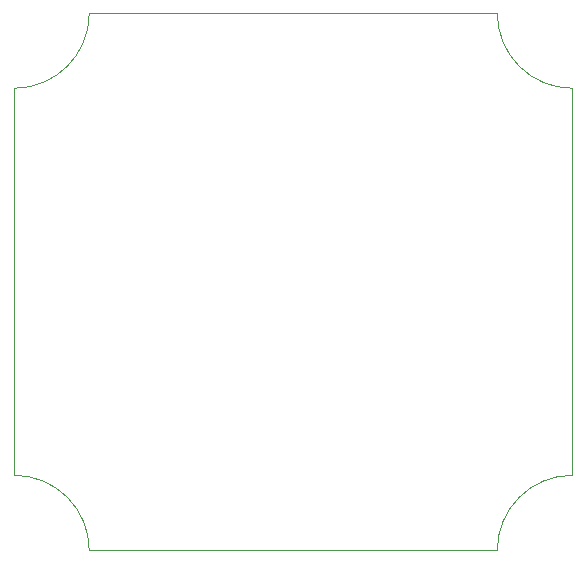
<source format=gbr>
%TF.GenerationSoftware,KiCad,Pcbnew,(5.1.6)-1*%
%TF.CreationDate,2020-12-06T15:26:43+11:00*%
%TF.ProjectId,mc13clkioout,6d633133-636c-46b6-996f-6f75742e6b69,rev?*%
%TF.SameCoordinates,Original*%
%TF.FileFunction,Profile,NP*%
%FSLAX46Y46*%
G04 Gerber Fmt 4.6, Leading zero omitted, Abs format (unit mm)*
G04 Created by KiCad (PCBNEW (5.1.6)-1) date 2020-12-06 15:26:43*
%MOMM*%
%LPD*%
G01*
G04 APERTURE LIST*
%TA.AperFunction,Profile*%
%ADD10C,0.050000*%
%TD*%
G04 APERTURE END LIST*
D10*
X152146000Y-135382000D02*
G75*
G02*
X158496000Y-129032000I6350000J0D01*
G01*
X111252000Y-129032000D02*
G75*
G02*
X117602000Y-135382000I0J-6350000D01*
G01*
X158496000Y-96266000D02*
G75*
G02*
X152146000Y-89916000I0J6350000D01*
G01*
X117602000Y-89916000D02*
G75*
G02*
X111252000Y-96266000I-6350000J0D01*
G01*
X111252000Y-96266000D02*
X111252000Y-129032000D01*
X152146000Y-89916000D02*
X117602000Y-89916000D01*
X158496000Y-129032000D02*
X158496000Y-96266000D01*
X117602000Y-135382000D02*
X152146000Y-135382000D01*
M02*

</source>
